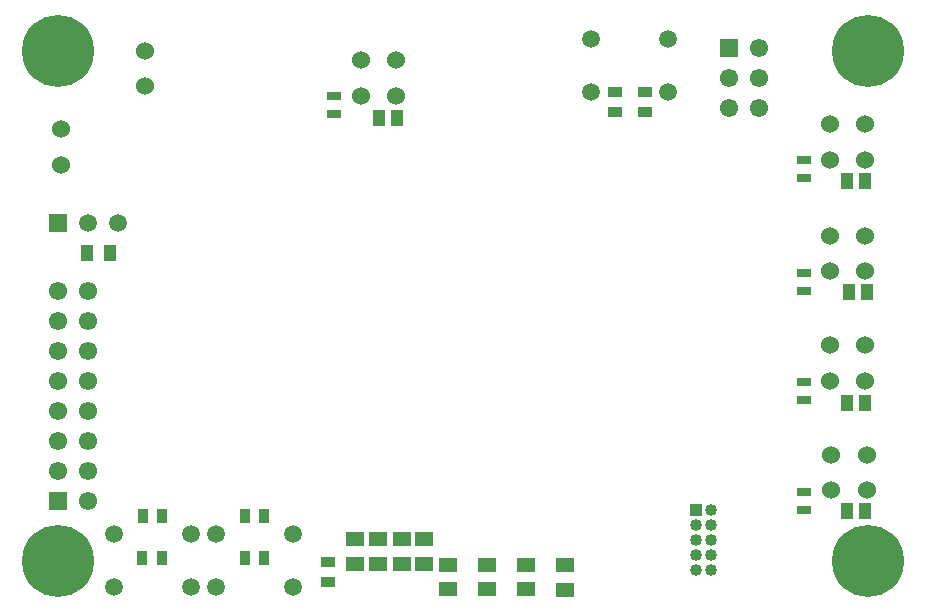
<source format=gbr>
%TF.GenerationSoftware,Altium Limited,Altium Designer,19.1.8 (144)*%
G04 Layer_Color=255*
%FSLAX23Y23*%
%MOIN*%
%TF.FileFunction,Pads,Bot*%
%TF.Part,Single*%
G01*
G75*
%TA.AperFunction,SMDPad,CuDef*%
%ADD12R,0.043X0.053*%
%TA.AperFunction,ComponentPad*%
%ADD25R,0.061X0.061*%
%ADD26C,0.061*%
%ADD27C,0.040*%
%ADD28R,0.040X0.040*%
%ADD29C,0.060*%
%ADD30C,0.059*%
%ADD31C,0.059*%
%ADD32R,0.059X0.059*%
%TA.AperFunction,ViaPad*%
%ADD33C,0.240*%
%TA.AperFunction,SMDPad,CuDef*%
%ADD35R,0.051X0.033*%
%ADD36R,0.047X0.031*%
%ADD37R,0.041X0.055*%
%TA.AperFunction,ConnectorPad*%
%ADD38R,0.059X0.049*%
%TA.AperFunction,SMDPad,CuDef*%
%ADD39R,0.033X0.051*%
%ADD40R,0.059X0.049*%
D12*
X1279Y1625D02*
D03*
X1221D02*
D03*
X2781Y315D02*
D03*
X2839D02*
D03*
X2781Y675D02*
D03*
X2839D02*
D03*
X2788Y1045D02*
D03*
X2845D02*
D03*
X2839Y1415D02*
D03*
X2781D02*
D03*
D25*
X150Y350D02*
D03*
X2385Y1860D02*
D03*
D26*
X150Y450D02*
D03*
Y550D02*
D03*
Y650D02*
D03*
Y750D02*
D03*
Y850D02*
D03*
Y950D02*
D03*
Y1050D02*
D03*
X250Y350D02*
D03*
Y450D02*
D03*
Y550D02*
D03*
Y650D02*
D03*
Y750D02*
D03*
Y850D02*
D03*
Y950D02*
D03*
Y1050D02*
D03*
X2385Y1760D02*
D03*
Y1660D02*
D03*
X2485Y1860D02*
D03*
Y1760D02*
D03*
Y1660D02*
D03*
D27*
X2325Y120D02*
D03*
X2275D02*
D03*
X2325Y170D02*
D03*
X2275D02*
D03*
X2325Y220D02*
D03*
X2275D02*
D03*
X2325Y270D02*
D03*
X2275D02*
D03*
X2325Y320D02*
D03*
D28*
X2275D02*
D03*
D29*
X1278Y1818D02*
D03*
Y1700D02*
D03*
X1160Y1818D02*
D03*
Y1700D02*
D03*
X440Y1732D02*
D03*
Y1850D02*
D03*
X160Y1470D02*
D03*
Y1588D02*
D03*
X2727Y385D02*
D03*
Y503D02*
D03*
X2845Y385D02*
D03*
Y503D02*
D03*
X2723Y750D02*
D03*
Y868D02*
D03*
X2841Y750D02*
D03*
Y868D02*
D03*
X2723Y1115D02*
D03*
Y1233D02*
D03*
X2841Y1115D02*
D03*
Y1233D02*
D03*
X2840Y1605D02*
D03*
Y1487D02*
D03*
X2722Y1605D02*
D03*
Y1487D02*
D03*
D30*
X933Y61D02*
D03*
X677D02*
D03*
X933Y239D02*
D03*
X677D02*
D03*
X593Y61D02*
D03*
X337D02*
D03*
X593Y239D02*
D03*
X337D02*
D03*
X2183Y1711D02*
D03*
X1927D02*
D03*
X2183Y1889D02*
D03*
X1927D02*
D03*
D31*
X350Y1275D02*
D03*
X250D02*
D03*
D32*
X150D02*
D03*
D33*
Y150D02*
D03*
X2850D02*
D03*
Y1850D02*
D03*
X150D02*
D03*
D35*
X1050Y80D02*
D03*
Y147D02*
D03*
X2105Y1713D02*
D03*
Y1647D02*
D03*
X2005Y1713D02*
D03*
Y1647D02*
D03*
D36*
X1070Y1700D02*
D03*
Y1640D02*
D03*
X2635Y380D02*
D03*
Y320D02*
D03*
Y745D02*
D03*
Y685D02*
D03*
Y1110D02*
D03*
Y1050D02*
D03*
Y1485D02*
D03*
Y1425D02*
D03*
D37*
X322Y1175D02*
D03*
X248D02*
D03*
D38*
X1450Y54D02*
D03*
Y136D02*
D03*
X1580D02*
D03*
Y54D02*
D03*
X1710Y136D02*
D03*
Y54D02*
D03*
X1840Y52D02*
D03*
Y135D02*
D03*
D39*
X498Y300D02*
D03*
X432D02*
D03*
X497Y160D02*
D03*
X430D02*
D03*
X838Y300D02*
D03*
X772D02*
D03*
X838Y160D02*
D03*
X772D02*
D03*
D40*
X1140Y221D02*
D03*
Y139D02*
D03*
X1215Y221D02*
D03*
Y139D02*
D03*
X1295Y221D02*
D03*
Y139D02*
D03*
X1370Y221D02*
D03*
Y139D02*
D03*
%TF.MD5,7b5767cba013894ca301540f4f5d02d5*%
M02*

</source>
